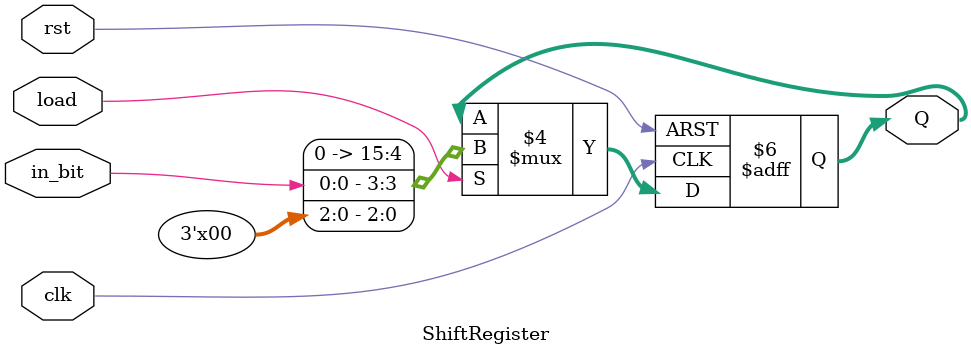
<source format=v>
`timescale 1ns / 1ps

module ShiftRegister
  # (parameter W = 16)
  (
    input wire clk, //system clock
    input wire rst, //system reset
    input wire load, //load signal
    input wire in_bit, //input signal
    output reg [W-1:0] Q //output signal
    );

  always @(posedge clk, posedge rst)
    if(rst)
      Q <= 0;
    else if(load)
      Q <= {in_bit, D[shift-1:1]};
    else
      Q <= Q;

endmodule

</source>
